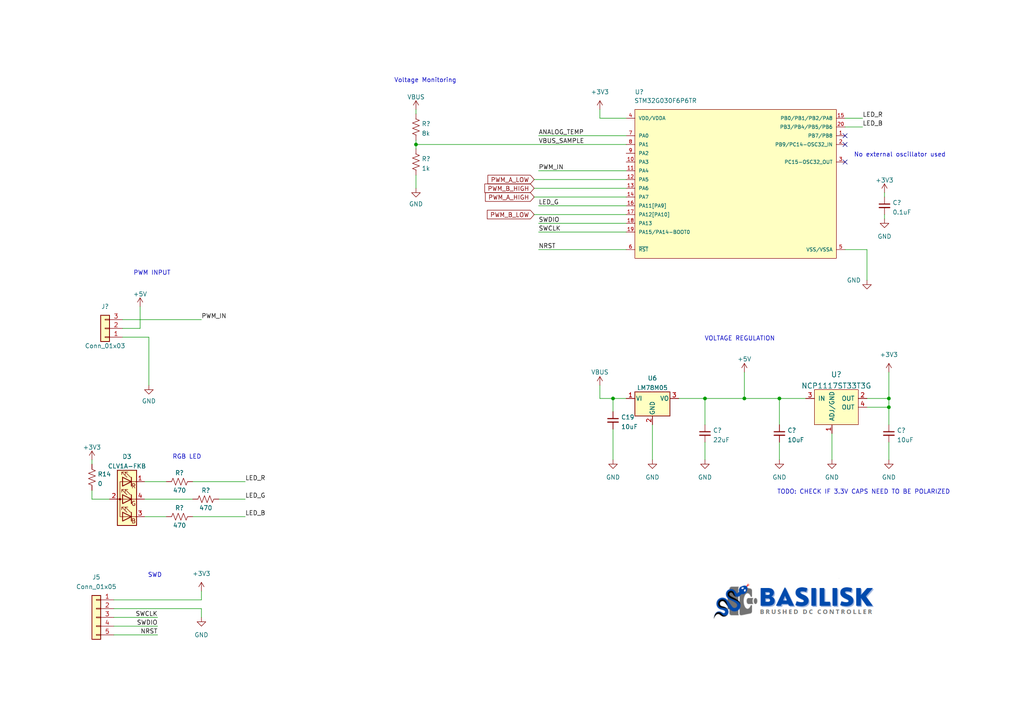
<source format=kicad_sch>
(kicad_sch (version 20211123) (generator eeschema)
  (paper "A4")
  (lib_symbols
    (symbol "Connector_Generic:Conn_01x03" (pin_names (offset 1.016) hide)
      (property "Reference" "J" (at 0 5.08 0))
      (property "Value" "Conn_01x03" (at 0 -5.08 0))
      (symbol "Conn_01x03_1_1"
        (rectangle (start -1.27 -2.413) (end 0 -2.667) (stroke (width 0.1524)))
        (rectangle (start -1.27 0.127) (end 0 -0.127) (stroke (width 0.1524)))
        (rectangle (start -1.27 2.667) (end 0 2.413) (stroke (width 0.1524)))
        (rectangle (start -1.27 3.81) (end 1.27 -3.81) (stroke (width 0.254)) (fill (type background)))
        (pin passive line (at -5.08 2.54 0) (length 3.81) (name "Pin_1") (number "1"))
        (pin passive line (at -5.08 0 0) (length 3.81) (name "Pin_2") (number "2"))
        (pin passive line (at -5.08 -2.54 0) (length 3.81) (name "Pin_3") (number "3"))
      )
    )
    (symbol "Connector_Generic:Conn_01x05" (pin_names (offset 1.016) hide)
      (property "Reference" "J" (at 0 7.62 0))
      (property "Value" "Conn_01x05" (at 0 -7.62 0))
      (symbol "Conn_01x05_1_1"
        (rectangle (start -1.27 -4.953) (end 0 -5.207) (stroke (width 0.1524)))
        (rectangle (start -1.27 -2.413) (end 0 -2.667) (stroke (width 0.1524)))
        (rectangle (start -1.27 0.127) (end 0 -0.127) (stroke (width 0.1524)))
        (rectangle (start -1.27 2.667) (end 0 2.413) (stroke (width 0.1524)))
        (rectangle (start -1.27 5.207) (end 0 4.953) (stroke (width 0.1524)))
        (rectangle (start -1.27 6.35) (end 1.27 -6.35) (stroke (width 0.254)) (fill (type background)))
        (pin passive line (at -5.08 5.08 0) (length 3.81) (name "Pin_1") (number "1"))
        (pin passive line (at -5.08 2.54 0) (length 3.81) (name "Pin_2") (number "2"))
        (pin passive line (at -5.08 0 0) (length 3.81) (name "Pin_3") (number "3"))
        (pin passive line (at -5.08 -2.54 0) (length 3.81) (name "Pin_4") (number "4"))
        (pin passive line (at -5.08 -5.08 0) (length 3.81) (name "Pin_5") (number "5"))
      )
    )
    (symbol "Device:C_Small" (pin_numbers hide) (pin_names (offset 0.254) hide)
      (property "Reference" "C" (at 0.254 1.778 0))
      (property "Value" "C_Small" (at 0.254 -2.032 0))
      (symbol "C_Small_0_1"
        (polyline (pts (xy -1.524 -0.508) (xy 1.524 -0.508)) (stroke (width 0.3302)))
        (polyline (pts (xy -1.524 0.508) (xy 1.524 0.508)) (stroke (width 0.3048)))
      )
      (symbol "C_Small_1_1"
        (pin passive line (at 0 2.54 270) (length 2.032) (name "~") (number "1"))
        (pin passive line (at 0 -2.54 90) (length 2.032) (name "~") (number "2"))
      )
    )
    (symbol "Device:LED_RABG" (pin_names (offset 0) hide)
      (property "Reference" "D" (at 0 9.398 0))
      (property "Value" "LED_RABG" (at 0 -8.89 0))
      (symbol "LED_RABG_0_0"
        (text "B" (at -1.905 -6.35 0) (effects (font (size 1.27 1.27))))
        (text "G" (at -1.905 -1.27 0) (effects (font (size 1.27 1.27))))
        (text "R" (at -1.905 3.81 0) (effects (font (size 1.27 1.27))))
      )
      (symbol "LED_RABG_0_1"
        (polyline (pts (xy -1.27 -5.08) (xy -2.54 -5.08)))
        (polyline (pts (xy -1.27 -5.08) (xy 1.27 -5.08)))
        (polyline (pts (xy -1.27 -3.81) (xy -1.27 -6.35)) (stroke (width 0.254)))
        (polyline (pts (xy -1.27 0) (xy -2.54 0)))
        (polyline (pts (xy -1.27 1.27) (xy -1.27 -1.27)) (stroke (width 0.254)))
        (polyline (pts (xy -1.27 5.08) (xy -2.54 5.08)))
        (polyline (pts (xy -1.27 5.08) (xy 1.27 5.08)))
        (polyline (pts (xy -1.27 6.35) (xy -1.27 3.81)) (stroke (width 0.254)))
        (polyline (pts (xy 1.27 0) (xy -1.27 0)))
        (polyline (pts (xy 1.27 0) (xy 2.54 0)))
        (polyline (pts (xy -1.27 1.27) (xy -1.27 -1.27) (xy -1.27 -1.27)))
        (polyline (pts (xy -1.27 6.35) (xy -1.27 3.81) (xy -1.27 3.81)))
        (polyline (pts (xy 1.27 -5.08) (xy 2.032 -5.08) (xy 2.032 5.08) (xy 1.27 5.08)))
        (polyline (pts (xy 1.27 -3.81) (xy 1.27 -6.35) (xy -1.27 -5.08) (xy 1.27 -3.81)) (stroke (width 0.254)))
        (polyline (pts (xy 1.27 1.27) (xy 1.27 -1.27) (xy -1.27 0) (xy 1.27 1.27)) (stroke (width 0.254)))
        (polyline (pts (xy 1.27 6.35) (xy 1.27 3.81) (xy -1.27 5.08) (xy 1.27 6.35)) (stroke (width 0.254)))
        (polyline (pts (xy -1.016 -3.81) (xy 0.508 -2.286) (xy -0.254 -2.286) (xy 0.508 -2.286) (xy 0.508 -3.048)))
        (polyline (pts (xy -1.016 1.27) (xy 0.508 2.794) (xy -0.254 2.794) (xy 0.508 2.794) (xy 0.508 2.032)))
        (polyline (pts (xy -1.016 6.35) (xy 0.508 7.874) (xy -0.254 7.874) (xy 0.508 7.874) (xy 0.508 7.112)))
        (polyline (pts (xy 0 -3.81) (xy 1.524 -2.286) (xy 0.762 -2.286) (xy 1.524 -2.286) (xy 1.524 -3.048)))
        (polyline (pts (xy 0 1.27) (xy 1.524 2.794) (xy 0.762 2.794) (xy 1.524 2.794) (xy 1.524 2.032)))
        (polyline (pts (xy 0 6.35) (xy 1.524 7.874) (xy 0.762 7.874) (xy 1.524 7.874) (xy 1.524 7.112)))
        (rectangle (start 1.27 -1.27) (end 1.27 1.27))
        (rectangle (start 1.27 1.27) (end 1.27 1.27))
        (rectangle (start 1.27 3.81) (end 1.27 6.35))
        (rectangle (start 1.27 6.35) (end 1.27 6.35))
        (circle (center 2.032 0) (radius 0.254) (fill (type outline)))
        (rectangle (start 2.794 8.382) (end -2.794 -7.62) (stroke (width 0.254)) (fill (type background)))
      )
      (symbol "LED_RABG_1_1"
        (pin passive line (at -5.08 5.08 0) (length 2.54) (name "RK") (number "1"))
        (pin passive line (at 5.08 0 180) (length 2.54) (name "A") (number "2"))
        (pin passive line (at -5.08 -5.08 0) (length 2.54) (name "BK") (number "3"))
        (pin passive line (at -5.08 0 0) (length 2.54) (name "GK") (number "4"))
      )
    )
    (symbol "Device:R_US" (pin_numbers hide) (pin_names (offset 0))
      (property "Reference" "R" (at 2.54 0 90))
      (property "Value" "R_US" (at -2.54 0 90))
      (symbol "R_US_0_1"
        (polyline (pts (xy 0 -2.286) (xy 0 -2.54)))
        (polyline (pts (xy 0 2.286) (xy 0 2.54)))
        (polyline (pts (xy 0 -0.762) (xy 1.016 -1.143) (xy 0 -1.524) (xy -1.016 -1.905) (xy 0 -2.286)))
        (polyline (pts (xy 0 0.762) (xy 1.016 0.381) (xy 0 0) (xy -1.016 -0.381) (xy 0 -0.762)))
        (polyline (pts (xy 0 2.286) (xy 1.016 1.905) (xy 0 1.524) (xy -1.016 1.143) (xy 0 0.762)))
      )
      (symbol "R_US_1_1"
        (pin passive line (at 0 3.81 270) (length 1.27) (name "~") (number "1"))
        (pin passive line (at 0 -3.81 90) (length 1.27) (name "~") (number "2"))
      )
    )
    (symbol "Regulator_Linear:LM78M05_TO252" (pin_names (offset 0.254))
      (property "Reference" "U" (at -3.81 3.175 0))
      (property "Value" "LM78M05_TO252" (at 0 3.175 0))
      (symbol "LM78M05_TO252_0_1"
        (rectangle (start -5.08 1.905) (end 5.08 -5.08) (stroke (width 0.254)) (fill (type background)))
      )
      (symbol "LM78M05_TO252_1_1"
        (pin power_in line (at -7.62 0 0) (length 2.54) (name "VI") (number "1"))
        (pin power_in line (at 0 -7.62 90) (length 2.54) (name "GND") (number "2"))
        (pin power_out line (at 7.62 0 180) (length 2.54) (name "VO") (number "3"))
      )
    )
    (symbol "dk_PMIC-Voltage-Regulators-Linear:NCP1117ST33T3G" (pin_names (offset 1.016))
      (property "Reference" "U" (at 2.54 3.81 0))
      (property "Value" "NCP1117ST33T3G" (at 2.54 6.35 0))
      (symbol "NCP1117ST33T3G_0_1"
        (rectangle (start -5.08 2.54) (end 7.62 -7.62) (fill (type background)))
      )
      (symbol "NCP1117ST33T3G_1_1"
        (pin power_in line (at 0 -10.16 90) (length 2.54) (name "ADJ/GND") (number "1"))
        (pin power_out line (at 10.16 0 180) (length 2.54) (name "OUT") (number "2"))
        (pin power_in line (at -7.62 0 0) (length 2.54) (name "IN") (number "3"))
        (pin power_out line (at 10.16 -2.54 180) (length 2.54) (name "OUT") (number "4"))
      )
    )
    (symbol "eec:STM32G030F6P6TR" (pin_names (offset 1.016))
      (property "Reference" "U" (at 0 5.08 0))
      (property "Value" "STM32G030F6P6TR" (at 0 7.62 0))
      (symbol "STM32G030F6P6TR_1_1"
        (rectangle (start 5.08 2.54) (end 63.5 -40.64) (fill (type background)))
        (pin bidirectional line (at 66.04 -5.08 180) (length 2.54) (name "PB7/PB8") (number "1"))
        (pin bidirectional line (at 2.54 -12.7 0) (length 2.54) (name "PA3") (number "10"))
        (pin bidirectional line (at 2.54 -15.24 0) (length 2.54) (name "PA4") (number "11"))
        (pin bidirectional line (at 2.54 -17.78 0) (length 2.54) (name "PA5") (number "12"))
        (pin bidirectional line (at 2.54 -20.32 0) (length 2.54) (name "PA6") (number "13"))
        (pin bidirectional line (at 2.54 -22.86 0) (length 2.54) (name "PA7") (number "14"))
        (pin bidirectional line (at 66.04 0 180) (length 2.54) (name "PB0/PB1/PB2/PA8") (number "15"))
        (pin bidirectional line (at 2.54 -25.4 0) (length 2.54) (name "PA11[PA9]") (number "16"))
        (pin bidirectional line (at 2.54 -27.94 0) (length 2.54) (name "PA12[PA10]") (number "17"))
        (pin bidirectional line (at 2.54 -30.48 0) (length 2.54) (name "PA13") (number "18"))
        (pin bidirectional line (at 2.54 -33.02 0) (length 2.54) (name "PA15/PA14-BOOT0") (number "19"))
        (pin bidirectional line (at 66.04 -7.62 180) (length 2.54) (name "PB9/PC14-OSC32_IN") (number "2"))
        (pin bidirectional line (at 66.04 -2.54 180) (length 2.54) (name "PB3/PB4/PB5/PB6") (number "20"))
        (pin bidirectional line (at 66.04 -12.7 180) (length 2.54) (name "PC15-OSC32_OUT") (number "3"))
        (pin power_in line (at 2.54 0 0) (length 2.54) (name "VDD/VDDA") (number "4"))
        (pin power_in line (at 66.04 -38.1 180) (length 2.54) (name "VSS/VSSA") (number "5"))
        (pin input line (at 2.54 -38.1 0) (length 2.54) (name "~{RST}") (number "6"))
        (pin bidirectional line (at 2.54 -5.08 0) (length 2.54) (name "PA0") (number "7"))
        (pin bidirectional line (at 2.54 -7.62 0) (length 2.54) (name "PA1") (number "8"))
        (pin bidirectional line (at 2.54 -10.16 0) (length 2.54) (name "PA2") (number "9"))
      )
    )
    (symbol "power:+3.3V" (power) (pin_names (offset 0))
      (property "Value" "+3.3V" (at 0 3.556 0))
      (symbol "+3.3V_0_1"
        (polyline (pts (xy -0.762 1.27) (xy 0 2.54)))
        (polyline (pts (xy 0 0) (xy 0 2.54)))
        (polyline (pts (xy 0 2.54) (xy 0.762 1.27)))
      )
      (symbol "+3.3V_1_1"
        (pin power_in line (at 0 0 90) (length 0) hide (name "+3V3") (number "1"))
      )
    )
    (symbol "power:+3V3" (power) (pin_names (offset 0))
      (property "Value" "+3V3" (at 0 3.556 0))
      (symbol "+3V3_0_1"
        (polyline (pts (xy -0.762 1.27) (xy 0 2.54)))
        (polyline (pts (xy 0 0) (xy 0 2.54)))
        (polyline (pts (xy 0 2.54) (xy 0.762 1.27)))
      )
      (symbol "+3V3_1_1"
        (pin power_in line (at 0 0 90) (length 0) hide (name "+3V3") (number "1"))
      )
    )
    (symbol "power:+5V" (power) (pin_names (offset 0))
      (property "Value" "+5V" (at 0 3.556 0))
      (symbol "+5V_0_1"
        (polyline (pts (xy -0.762 1.27) (xy 0 2.54)))
        (polyline (pts (xy 0 0) (xy 0 2.54)))
        (polyline (pts (xy 0 2.54) (xy 0.762 1.27)))
      )
      (symbol "+5V_1_1"
        (pin power_in line (at 0 0 90) (length 0) hide (name "+5V") (number "1"))
      )
    )
    (symbol "power:GND" (power) (pin_names (offset 0))
      (property "Value" "GND" (at 0 -3.81 0))
      (symbol "GND_0_1"
        (polyline (pts (xy 0 0) (xy 0 -1.27) (xy 1.27 -1.27) (xy 0 -2.54) (xy -1.27 -1.27) (xy 0 -1.27)))
      )
      (symbol "GND_1_1"
        (pin power_in line (at 0 0 270) (length 0) hide (name "GND") (number "1"))
      )
    )
    (symbol "power:VBUS" (power) (pin_names (offset 0))
      (property "Value" "VBUS" (at 0 3.81 0))
      (symbol "VBUS_0_1"
        (polyline (pts (xy -0.762 1.27) (xy 0 2.54)))
        (polyline (pts (xy 0 0) (xy 0 2.54)))
        (polyline (pts (xy 0 2.54) (xy 0.762 1.27)))
      )
      (symbol "VBUS_1_1"
        (pin power_in line (at 0 0 90) (length 0) hide (name "VBUS") (number "1"))
      )
    )
  )
  (junction (at 120.65 41.91))
  (junction (at 226.06 115.57))
  (junction (at 204.47 115.57))
  (junction (at 215.9 115.57))
  (junction (at 257.81 118.11))
  (junction (at 177.8 115.57))
  (junction (at 257.81 115.57))
  (no_connect (at 245.11 41.91))
  (no_connect (at 245.11 46.99))
  (no_connect (at 245.11 39.37))
  (wire (pts (xy 33.02 181.61) (xy 45.72 181.61)))
  (wire (pts (xy 120.65 50.8) (xy 120.65 54.61)))
  (wire (pts (xy 215.9 115.57) (xy 226.06 115.57)))
  (wire (pts (xy 204.47 115.57) (xy 215.9 115.57)))
  (wire (pts (xy 241.3 125.73) (xy 241.3 133.35)))
  (wire (pts (xy 154.94 54.61) (xy 181.61 54.61)))
  (wire (pts (xy 156.21 67.31) (xy 181.61 67.31)))
  (wire (pts (xy 55.88 149.86) (xy 71.12 149.86)))
  (wire (pts (xy 204.47 115.57) (xy 204.47 123.19)))
  (wire (pts (xy 120.65 41.91) (xy 120.65 43.18)))
  (wire (pts (xy 154.94 62.23) (xy 181.61 62.23)))
  (wire (pts (xy 156.21 39.37) (xy 181.61 39.37)))
  (wire (pts (xy 35.56 97.79) (xy 43.18 97.79)))
  (wire (pts (xy 245.11 34.29) (xy 250.19 34.29)))
  (wire (pts (xy 156.21 59.69) (xy 181.61 59.69)))
  (wire (pts (xy 256.54 62.23) (xy 256.54 63.5)))
  (wire (pts (xy 33.02 179.07) (xy 45.72 179.07)))
  (wire (pts (xy 173.99 34.29) (xy 173.99 31.75)))
  (wire (pts (xy 26.67 133.35) (xy 26.67 134.62)))
  (wire (pts (xy 226.06 115.57) (xy 226.06 123.19)))
  (wire (pts (xy 189.23 123.19) (xy 189.23 133.35)))
  (wire (pts (xy 33.02 184.15) (xy 45.72 184.15)))
  (wire (pts (xy 40.64 95.25) (xy 40.64 88.9)))
  (wire (pts (xy 58.42 176.53) (xy 58.42 179.07)))
  (wire (pts (xy 35.56 95.25) (xy 40.64 95.25)))
  (wire (pts (xy 120.65 41.91) (xy 181.61 41.91)))
  (wire (pts (xy 43.18 97.79) (xy 43.18 111.76)))
  (wire (pts (xy 257.81 107.95) (xy 257.81 115.57)))
  (wire (pts (xy 226.06 115.57) (xy 233.68 115.57)))
  (wire (pts (xy 196.85 115.57) (xy 204.47 115.57)))
  (wire (pts (xy 177.8 115.57) (xy 181.61 115.57)))
  (wire (pts (xy 41.91 149.86) (xy 48.26 149.86)))
  (wire (pts (xy 181.61 34.29) (xy 173.99 34.29)))
  (wire (pts (xy 156.21 49.53) (xy 181.61 49.53)))
  (wire (pts (xy 245.11 72.39) (xy 251.46 72.39)))
  (wire (pts (xy 55.88 139.7) (xy 71.12 139.7)))
  (wire (pts (xy 26.67 144.78) (xy 26.67 142.24)))
  (wire (pts (xy 154.94 52.07) (xy 181.61 52.07)))
  (wire (pts (xy 226.06 128.27) (xy 226.06 133.35)))
  (wire (pts (xy 154.94 57.15) (xy 181.61 57.15)))
  (wire (pts (xy 215.9 115.57) (xy 215.9 107.95)))
  (wire (pts (xy 257.81 115.57) (xy 251.46 115.57)))
  (wire (pts (xy 156.21 72.39) (xy 181.61 72.39)))
  (wire (pts (xy 245.11 36.83) (xy 250.19 36.83)))
  (wire (pts (xy 173.99 115.57) (xy 177.8 115.57)))
  (wire (pts (xy 41.91 144.78) (xy 55.88 144.78)))
  (wire (pts (xy 257.81 118.11) (xy 257.81 123.19)))
  (wire (pts (xy 251.46 118.11) (xy 257.81 118.11)))
  (wire (pts (xy 173.99 111.76) (xy 173.99 115.57)))
  (wire (pts (xy 257.81 128.27) (xy 257.81 133.35)))
  (wire (pts (xy 177.8 115.57) (xy 177.8 119.38)))
  (wire (pts (xy 204.47 128.27) (xy 204.47 133.35)))
  (wire (pts (xy 177.8 124.46) (xy 177.8 133.35)))
  (wire (pts (xy 35.56 92.71) (xy 58.42 92.71)))
  (wire (pts (xy 251.46 72.39) (xy 251.46 81.28)))
  (wire (pts (xy 257.81 118.11) (xy 257.81 115.57)))
  (wire (pts (xy 58.42 173.99) (xy 58.42 171.45)))
  (wire (pts (xy 120.65 40.64) (xy 120.65 41.91)))
  (wire (pts (xy 33.02 176.53) (xy 58.42 176.53)))
  (wire (pts (xy 256.54 55.88) (xy 256.54 57.15)))
  (wire (pts (xy 63.5 144.78) (xy 71.12 144.78)))
  (wire (pts (xy 33.02 173.99) (xy 58.42 173.99)))
  (wire (pts (xy 156.21 64.77) (xy 181.61 64.77)))
  (wire (pts (xy 41.91 139.7) (xy 48.26 139.7)))
  (wire (pts (xy 120.65 31.75) (xy 120.65 33.02)))
  (wire (pts (xy 31.75 144.78) (xy 26.67 144.78)))
  (image (at 231.14 173.99) (scale 1.27119))
  (text "TODO: CHECK IF 3.3V CAPS NEED TO BE POLARIZED" (at 275.59 143.51 180) (effects (font (size 1.27 1.27)) (justify right bottom)))
  (text "PWM INPUT" (at 49.53 80.01 180) (effects (font (size 1.27 1.27)) (justify right bottom)))
  (text "VOLTAGE REGULATION\n" (at 224.79 99.06 180) (effects (font (size 1.27 1.27)) (justify right bottom)))
  (text "RGB LED\n" (at 58.42 133.35 180) (effects (font (size 1.27 1.27)) (justify right bottom)))
  (text "SWD" (at 46.99 167.64 180) (effects (font (size 1.27 1.27)) (justify right bottom)))
  (text "Voltage Monitoring" (at 114.3 24.13 0) (effects (font (size 1.27 1.27)) (justify left bottom)))
  (text "No external oscillator used" (at 247.65 45.72 0) (effects (font (size 1.27 1.27)) (justify left bottom)))
  (label "NRST" (at 45.72 184.15 180))
  (label "LED_B" (at 250.19 36.83 0))
  (label "SWCLK" (at 45.72 179.07 180))
  (label "SWDIO" (at 45.72 181.61 180))
  (label "LED_G" (at 156.21 59.69 0))
  (label "LED_B" (at 71.12 149.86 0))
  (label "VBUS_SAMPLE" (at 156.21 41.91 0))
  (label "LED_R" (at 250.19 34.29 0))
  (label "LED_G" (at 71.12 144.78 0))
  (label "LED_R" (at 71.12 139.7 0))
  (label "SWCLK" (at 156.21 67.31 0))
  (label "ANALOG_TEMP" (at 156.21 39.37 0))
  (label "PWM_IN" (at 58.42 92.71 0))
  (label "NRST" (at 156.21 72.39 0))
  (label "PWM_IN" (at 156.21 49.53 0))
  (label "SWDIO" (at 156.21 64.77 0))
  (global_label "PWM_A_HIGH" (shape input) (at 154.94 57.15 180) (property "Intersheet References" "${INTERSHEET_REFS}" (effects hide)))
  (global_label "PWM_A_LOW" (shape input) (at 154.94 52.07 180) (property "Intersheet References" "${INTERSHEET_REFS}" (effects hide)))
  (global_label "PWM_B_HIGH" (shape input) (at 154.94 54.61 180) (property "Intersheet References" "${INTERSHEET_REFS}" (effects hide)))
  (global_label "PWM_B_LOW" (shape input) (at 154.94 62.23 180) (property "Intersheet References" "${INTERSHEET_REFS}" (effects hide)))
  (symbol (lib_id "Regulator_Linear:LM78M05_TO252") (at 189.23 115.57 0) (unit 1)
    (property "Reference" "U6" (at 189.23 109.6985 0))
    (property "Value" "LM78M05" (at 189.23 112.4736 0))
    (property "Footprint" "Package_TO_SOT_SMD:TO-252-2" (effects hide))
    (property "Datasheet" "https://www.onsemi.com/pub/Collateral/MC78M00-D.PDF" (effects hide))
    (property "Digikey Part Num" "497-1201-1-ND" (effects hide))
  )
  (symbol (lib_id "Device:C_Small") (at 226.06 125.73 0) (unit 1)
    (property "Reference" "C?" (at 228.3841 124.8278 0) (effects (justify left)))
    (property "Value" "10uF" (at 228.3841 127.6029 0) (effects (justify left)))
    (property "Footprint" "Capacitor_SMD:C_0805_2012Metric_Pad1.18x1.45mm_HandSolder" (effects hide))
    (property "Digikey Part Num" "490-10511-1-ND" (effects hide))
  )
  (symbol (lib_id "power:GND") (at 251.46 81.28 0) (unit 1)
    (property "Reference" "#PWR?" (effects hide))
    (property "Value" "GND" (at 247.65 81.28 0))
  )
  (symbol (lib_id "Device:R_US") (at 120.65 36.83 0) (unit 1)
    (property "Reference" "R?" (at 122.301 35.9215 0) (effects (justify left)))
    (property "Value" "8k" (at 122.301 38.6966 0) (effects (justify left)))
    (property "Footprint" "Resistor_SMD:R_0603_1608Metric_Pad0.98x0.95mm_HandSolder" (effects hide))
    (property "Digikey Part Num" "RMCF0603JT8K20CT-ND" (effects hide))
  )
  (symbol (lib_id "Device:C_Small") (at 257.81 125.73 0) (unit 1)
    (property "Reference" "C?" (at 260.1341 124.8278 0) (effects (justify left)))
    (property "Value" "10uF" (at 260.1341 127.6029 0) (effects (justify left)))
    (property "Footprint" "Capacitor_SMD:C_0805_2012Metric_Pad1.18x1.45mm_HandSolder" (effects hide))
    (property "Digikey Part Num" "490-10511-1-ND" (effects hide))
  )
  (symbol (lib_id "power:+3.3V") (at 26.67 133.35 0) (unit 1)
    (property "Reference" "#PWR0138" (effects hide))
    (property "Value" "+3.3V" (at 26.67 129.7455 0))
  )
  (symbol (lib_id "power:+3V3") (at 257.81 107.95 0) (unit 1)
    (property "Reference" "#PWR?" (effects hide))
    (property "Value" "+3V3" (at 257.81 102.87 0))
  )
  (symbol (lib_id "eec:STM32G030F6P6TR") (at 179.07 34.29 0) (unit 1)
    (property "Reference" "U?" (at 185.42 26.67 0))
    (property "Value" "STM32G030F6P6TR" (at 193.04 29.21 0))
    (property "Footprint" "STMicroelectronics-TSSOP20-YA-0-3-*" (effects hide))
    (property "Datasheet" "https://www.st.com/resource/en/datasheet/stm32g030f6.pdf" (effects hide))
    (property "RAM size" "8KBytes" (effects hide))
    (property "ambient temperature range high" "+85°C" (effects hide))
    (property "ambient temperature range low" "-40°C" (effects hide))
    (property "automotive" "No" (effects hide))
    (property "category" "IC" (effects hide))
    (property "core architecture" "ARM Cortex-M0+" (effects hide))
    (property "data bus width" "32bits" (effects hide))
    (property "device class L1" "Integrated Circuits (ICs)" (effects hide))
    (property "device class L2" "Embedded Processors and Controllers" (effects hide))
    (property "device class L3" "Microcontrollers" (effects hide))
    (property "digikey description" "IC MCU 32BIT 32KB FLASH 20TSSOP" (effects hide))
    (property "digikey part number" "497-STM32G030F6P6TR-ND" (effects hide))
    (property "frequency" "64MHz" (effects hide))
    (property "height" "1.2mm" (effects hide))
    (property "interface" "I2C,SPI,USART,LIN,IrDA,I2S,SMBus" (effects hide))
    (property "lead free" "Yes" (effects hide))
    (property "library id" "ae7919767ad426b8" (effects hide))
    (property "manufacturer" "STMicroelectronics" (effects hide))
    (property "max junction temp" "+105°C" (effects hide))
    (property "max supply voltage" "3.6V" (effects hide))
    (property "memory size" "32KBytes" (effects hide))
    (property "memory type" "FLASH" (effects hide))
    (property "min supply voltage" "2V" (effects hide))
    (property "mouser description" "MCU 32-Bit STM32 ARM Cortex-M0+ RISC 32KB Flash 2V to 3.6V 20-Pin TSSOP T/R" (effects hide))
    (property "mouser part number" "511-STM32G030F6P6TR" (effects hide))
    (property "number of A/D converters" "1" (effects hide))
    (property "number of ADC channels" "14" (effects hide))
    (property "number of I/Os" "17" (effects hide))
    (property "number of I2C channels" "2" (effects hide))
    (property "number of PWM channels" "9" (effects hide))
    (property "number of SPI channels" "2" (effects hide))
    (property "number of UART channels" "2" (effects hide))
    (property "number of cores" "1" (effects hide))
    (property "number of timers/counters" "5" (effects hide))
    (property "package" "TSSOP20" (effects hide))
    (property "rohs" "Yes" (effects hide))
    (property "standoff height" "0.05mm" (effects hide))
    (property "temperature range high" "+85°C" (effects hide))
    (property "temperature range low" "-40°C" (effects hide))
    (property "Digikey Part Num" "497-STM32G030F6P6-ND" (effects hide))
  )
  (symbol (lib_id "Device:C_Small") (at 256.54 59.69 0) (unit 1)
    (property "Reference" "C?" (at 258.8641 58.7878 0) (effects (justify left)))
    (property "Value" "0.1uF" (at 258.8641 61.5629 0) (effects (justify left)))
    (property "Footprint" "Capacitor_SMD:C_0603_1608Metric_Pad1.08x0.95mm_HandSolder" (effects hide))
    (property "Digikey Part Num" "399-14105-1-ND" (effects hide))
  )
  (symbol (lib_id "power:+3V3") (at 58.42 171.45 0) (unit 1)
    (property "Reference" "#PWR?" (effects hide))
    (property "Value" "+3V3" (at 58.42 166.37 0))
  )
  (symbol (lib_id "power:GND") (at 177.8 133.35 0) (unit 1)
    (property "Reference" "#PWR0154" (effects hide))
    (property "Value" "GND" (at 177.8 138.43 0))
  )
  (symbol (lib_id "power:+5V") (at 215.9 107.95 0) (unit 1)
    (property "Reference" "#PWR?" (effects hide))
    (property "Value" "+5V" (at 215.9 104.14 0))
  )
  (symbol (lib_id "power:GND") (at 204.47 133.35 0) (unit 1)
    (property "Reference" "#PWR?" (effects hide))
    (property "Value" "GND" (at 204.47 138.43 0))
  )
  (symbol (lib_id "power:VBUS") (at 173.99 111.76 0) (unit 1)
    (property "Reference" "#PWR?" (effects hide))
    (property "Value" "VBUS" (at 173.99 107.95 0))
  )
  (symbol (lib_id "Device:R_US") (at 59.69 144.78 90) (unit 1)
    (property "Reference" "R?" (at 59.69 142.24 90))
    (property "Value" "470" (at 59.69 147.32 90))
    (property "Footprint" "Resistor_SMD:R_0603_1608Metric_Pad0.98x0.95mm_HandSolder" (effects hide))
    (property "Digikey Part Num" "RMCF0603FT470RCT-ND" (effects hide))
  )
  (symbol (lib_id "power:GND") (at 226.06 133.35 0) (unit 1)
    (property "Reference" "#PWR?" (effects hide))
    (property "Value" "GND" (at 226.06 138.43 0))
  )
  (symbol (lib_id "power:+3V3") (at 173.99 31.75 0) (unit 1)
    (property "Reference" "#PWR?" (effects hide))
    (property "Value" "+3V3" (at 173.99 26.67 0))
  )
  (symbol (lib_id "power:GND") (at 120.65 54.61 0) (unit 1)
    (property "Reference" "#PWR?" (effects hide))
    (property "Value" "GND" (at 120.65 59.1725 0))
  )
  (symbol (lib_id "Device:C_Small") (at 177.8 121.92 0) (unit 1)
    (property "Reference" "C19" (at 180.1241 121.0178 0) (effects (justify left)))
    (property "Value" "10uF" (at 180.1241 123.7929 0) (effects (justify left)))
    (property "Footprint" "Capacitor_SMD:C_1206_3216Metric" (effects hide))
    (property "Digikey Part Num" "1276-6736-1-ND" (effects hide))
  )
  (symbol (lib_id "dk_PMIC-Voltage-Regulators-Linear:NCP1117ST33T3G") (at 241.3 115.57 0) (unit 1)
    (property "Reference" "U?" (at 242.57 108.6261 0) (effects (font (size 1.524 1.524))))
    (property "Value" "NCP1117ST33T3G" (at 242.57 111.9051 0) (effects (font (size 1.524 1.524))))
    (property "Footprint" "digikey-footprints:SOT-223" (effects hide))
    (property "Datasheet" "https://www.onsemi.com/pub/Collateral/NCP1117-D.PDF" (effects hide))
    (property "MPN" "NCP1117ST33T3G" (effects hide))
    (property "Category" "Integrated Circuits (ICs)" (effects hide))
    (property "Family" "PMIC - Voltage Regulators - Linear" (effects hide))
    (property "DK_Datasheet_Link" "https://www.onsemi.com/pub/Collateral/NCP1117-D.PDF" (effects hide))
    (property "DK_Detail_Page" "/product-detail/en/on-semiconductor/NCP1117ST33T3G/NCP1117ST33T3GOSCT-ND/660708" (effects hide))
    (property "Description" "IC REG LINEAR 3.3V 1A SOT223" (effects hide))
    (property "Manufacturer" "ON Semiconductor" (effects hide))
    (property "Status" "Active" (effects hide))
    (property "Digikey Part Num" "NCP1117ST33T3GOSCT-ND" (effects hide))
  )
  (symbol (lib_id "power:GND") (at 43.18 111.76 0) (unit 1)
    (property "Reference" "#PWR?" (effects hide))
    (property "Value" "GND" (at 43.18 116.3225 0))
  )
  (symbol (lib_id "Device:R_US") (at 52.07 139.7 90) (unit 1)
    (property "Reference" "R?" (at 52.07 137.16 90))
    (property "Value" "470" (at 52.07 142.24 90))
    (property "Footprint" "Resistor_SMD:R_0603_1608Metric_Pad0.98x0.95mm_HandSolder" (effects hide))
    (property "Digikey Part Num" "RMCF0603FT470RCT-ND" (effects hide))
  )
  (symbol (lib_id "Device:R_US") (at 26.67 138.43 0) (unit 1)
    (property "Reference" "R14" (at 28.321 137.5215 0) (effects (justify left)))
    (property "Value" "0" (at 28.321 140.2966 0) (effects (justify left)))
    (property "Footprint" "Resistor_SMD:R_0603_1608Metric_Pad0.98x0.95mm_HandSolder" (effects hide))
    (property "Digikey Part Num" "2019-RK73Z1JTTDCT-ND" (effects hide))
  )
  (symbol (lib_id "Connector_Generic:Conn_01x05") (at 27.94 179.07 0) (mirror y) (unit 1)
    (property "Reference" "J5" (at 27.94 167.4049 0))
    (property "Value" "Conn_01x05" (at 27.94 170.18 0))
    (property "Footprint" "Connector_PinHeader_2.54mm:PinHeader_1x05_P2.54mm_Vertical" (effects hide))
  )
  (symbol (lib_id "Device:LED_RABG") (at 36.83 144.78 0) (mirror y) (unit 1)
    (property "Reference" "D3" (at 36.83 132.4315 0))
    (property "Value" "CLV1A-FKB" (at 36.83 135.2066 0))
    (property "Footprint" "LED_SMD:LED_Cree-PLCC4_3.2x2.8mm_CCW" (effects hide))
    (property "Digikey Part Num" "CLV1A-FKB-CK1VW1DE1BB7C3C3CT-ND" (effects hide))
  )
  (symbol (lib_id "power:GND") (at 241.3 133.35 0) (unit 1)
    (property "Reference" "#PWR?" (effects hide))
    (property "Value" "GND" (at 241.3 138.43 0))
  )
  (symbol (lib_id "power:+3V3") (at 256.54 55.88 0) (unit 1)
    (property "Reference" "#PWR?" (effects hide))
    (property "Value" "+3V3" (at 256.54 52.2755 0))
  )
  (symbol (lib_id "power:GND") (at 256.54 63.5 0) (unit 1)
    (property "Reference" "#PWR?" (effects hide))
    (property "Value" "GND" (at 256.54 68.58 0))
  )
  (symbol (lib_id "power:VBUS") (at 120.65 31.75 0) (unit 1)
    (property "Reference" "#PWR?" (effects hide))
    (property "Value" "VBUS" (at 120.65 28.1455 0))
  )
  (symbol (lib_id "power:GND") (at 58.42 179.07 0) (unit 1)
    (property "Reference" "#PWR?" (effects hide))
    (property "Value" "GND" (at 58.42 184.15 0))
  )
  (symbol (lib_id "Device:R_US") (at 52.07 149.86 90) (unit 1)
    (property "Reference" "R?" (at 52.07 147.32 90))
    (property "Value" "470" (at 52.07 152.4 90))
    (property "Footprint" "Resistor_SMD:R_0603_1608Metric_Pad0.98x0.95mm_HandSolder" (effects hide))
    (property "Digikey Part Num" "RMCF0603FT470RCT-ND" (effects hide))
  )
  (symbol (lib_id "power:GND") (at 189.23 133.35 0) (unit 1)
    (property "Reference" "#PWR?" (effects hide))
    (property "Value" "GND" (at 189.23 138.43 0))
  )
  (symbol (lib_id "Device:R_US") (at 120.65 46.99 0) (unit 1)
    (property "Reference" "R?" (at 122.301 46.0815 0) (effects (justify left)))
    (property "Value" "1k" (at 122.301 48.8566 0) (effects (justify left)))
    (property "Footprint" "Resistor_SMD:R_0603_1608Metric_Pad0.98x0.95mm_HandSolder" (effects hide))
    (property "Digikey Part Num" "RMCF0603FG1K00CT-ND" (effects hide))
  )
  (symbol (lib_id "Connector_Generic:Conn_01x03") (at 30.48 95.25 180) (unit 1)
    (property "Reference" "J?" (at 30.48 88.9 0))
    (property "Value" "Conn_01x03" (at 30.48 100.33 0))
    (property "Footprint" "Connector_PinHeader_2.54mm:PinHeader_1x03_P2.54mm_Vertical" (effects hide))
  )
  (symbol (lib_id "power:+5V") (at 40.64 88.9 0) (unit 1)
    (property "Reference" "#PWR?" (effects hide))
    (property "Value" "+5V" (at 40.64 85.2955 0))
  )
  (symbol (lib_id "power:GND") (at 257.81 133.35 0) (unit 1)
    (property "Reference" "#PWR?" (effects hide))
    (property "Value" "GND" (at 257.81 138.43 0))
  )
  (symbol (lib_id "Device:C_Small") (at 204.47 125.73 0) (unit 1)
    (property "Reference" "C?" (at 206.7941 124.8278 0) (effects (justify left)))
    (property "Value" "22uF" (at 206.7941 127.6029 0) (effects (justify left)))
    (property "Footprint" "Capacitor_SMD:C_0805_2012Metric_Pad1.18x1.45mm_HandSolder" (effects hide))
    (property "Digikey Part Num" "587-5464-1-ND" (effects hide))
  )
)
</source>
